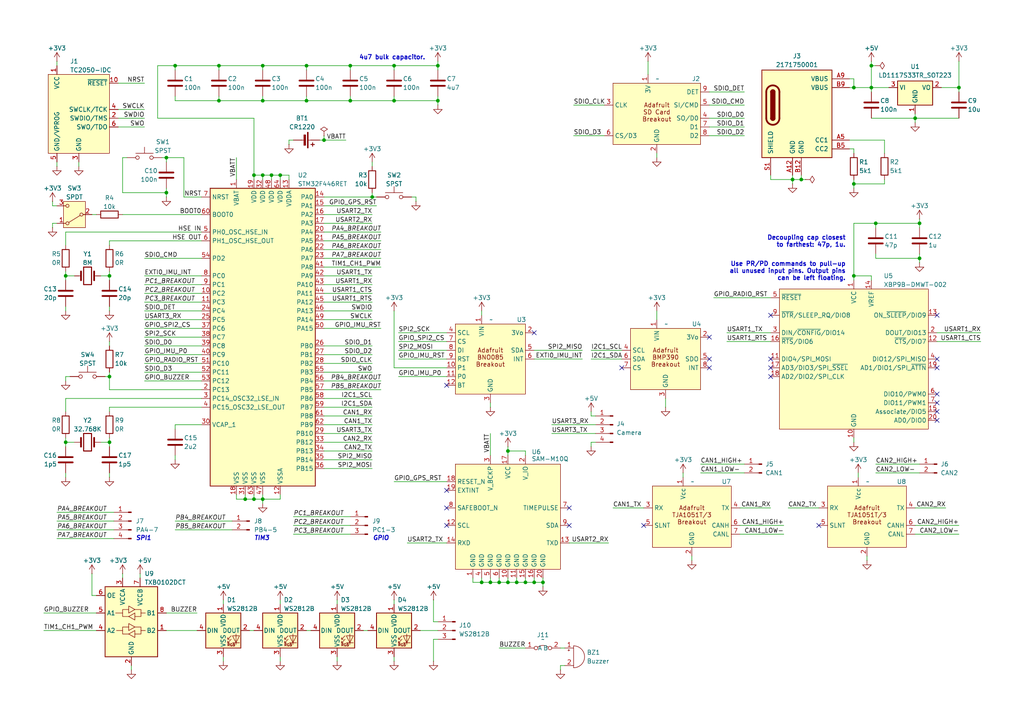
<source format=kicad_sch>
(kicad_sch (version 20231120) (generator "eeschema") (generator_version "8.0")
  (paper "A4")
  (title_block (rev "0.1.0-alpha"))
  (junction (at 48.26 55.88))
  (junction (at 247.65 25.4))
  (junction (at 88.9 29.21))
  (junction (at 76.2 29.21))
  (junction (at 247.65 53.34))
  (junction (at 142.24 168.91))
  (junction (at 254 64.77))
  (junction (at 31.75 109.22))
  (junction (at 63.5 29.21))
  (junction (at 139.7 168.91))
  (junction (at 101.6 29.21))
  (junction (at 152.4 168.91))
  (junction (at 252.73 25.4))
  (junction (at 71.12 144.78))
  (junction (at 266.7 74.93))
  (junction (at 229.87 52.07))
  (junction (at 78.74 50.8))
  (junction (at 266.7 64.77))
  (junction (at 144.78 168.91))
  (junction (at 232.41 52.07))
  (junction (at 127 19.05))
  (junction (at 247.65 80.01))
  (junction (at 157.48 168.91))
  (junction (at 81.28 50.8))
  (junction (at 76.2 144.78))
  (junction (at 252.73 19.05))
  (junction (at 147.32 130.81))
  (junction (at 265.43 34.29))
  (junction (at 48.26 45.72))
  (junction (at 50.8 19.05))
  (junction (at 88.9 19.05))
  (junction (at 278.13 25.4))
  (junction (at 73.66 50.8))
  (junction (at 154.94 168.91))
  (junction (at 114.3 29.21))
  (junction (at 147.32 168.91))
  (junction (at 19.05 80.01))
  (junction (at 19.05 128.27))
  (junction (at 63.5 19.05))
  (junction (at 73.66 144.78))
  (junction (at 127 29.21))
  (junction (at 149.86 168.91))
  (junction (at 76.2 50.8))
  (junction (at 76.2 19.05))
  (junction (at 31.75 80.01))
  (junction (at 114.3 19.05))
  (junction (at 101.6 19.05))
  (junction (at 107.95 57.15))
  (junction (at 31.75 128.27))
  (junction (at 93.98 40.64))
  (no_connect (at 165.1 152.4))
  (no_connect (at 271.78 104.14))
  (no_connect (at 223.52 109.22))
  (no_connect (at 129.54 152.4))
  (no_connect (at 154.94 96.52))
  (no_connect (at 271.78 116.84))
  (no_connect (at 271.78 114.3))
  (no_connect (at 205.74 104.14))
  (no_connect (at 205.74 106.68))
  (no_connect (at 271.78 106.68))
  (no_connect (at 129.54 142.24))
  (no_connect (at 165.1 147.32))
  (no_connect (at 237.49 152.4))
  (no_connect (at 180.34 106.68))
  (no_connect (at 223.52 104.14))
  (no_connect (at 129.54 111.76))
  (no_connect (at 271.78 119.38))
  (no_connect (at 271.78 91.44))
  (no_connect (at 223.52 106.68))
  (no_connect (at 205.74 97.79))
  (no_connect (at 129.54 147.32))
  (no_connect (at 186.69 152.4))
  (no_connect (at 223.52 91.44))
  (no_connect (at 271.78 121.92))
  (wire (pts (xy 41.91 85.09) (xy 58.42 85.09)))
  (wire (pts (xy 31.75 109.22) (xy 30.48 109.22)))
  (wire (pts (xy 93.98 90.17) (xy 107.95 90.17)))
  (wire (pts (xy 15.24 64.77) (xy 15.24 66.04)))
  (wire (pts (xy 152.4 130.81) (xy 147.32 130.81)))
  (wire (pts (xy 114.3 139.7) (xy 129.54 139.7)))
  (wire (pts (xy 34.29 31.75) (xy 41.91 31.75)))
  (wire (pts (xy 85.09 40.64) (xy 83.82 40.64)))
  (wire (pts (xy 265.43 154.94) (xy 278.13 154.94)))
  (wire (pts (xy 120.65 57.15) (xy 119.38 57.15)))
  (wire (pts (xy 252.73 25.4) (xy 252.73 26.67)))
  (wire (pts (xy 162.56 187.96) (xy 163.83 187.96)))
  (wire (pts (xy 147.32 167.64) (xy 147.32 168.91)))
  (wire (pts (xy 101.6 19.05) (xy 114.3 19.05)))
  (wire (pts (xy 107.95 57.15) (xy 107.95 55.88)))
  (wire (pts (xy 265.43 34.29) (xy 278.13 34.29)))
  (wire (pts (xy 36.83 45.72) (xy 35.56 45.72)))
  (wire (pts (xy 210.82 99.06) (xy 223.52 99.06)))
  (wire (pts (xy 63.5 27.94) (xy 63.5 29.21)))
  (wire (pts (xy 19.05 67.31) (xy 58.42 67.31)))
  (wire (pts (xy 93.98 72.39) (xy 110.49 72.39)))
  (wire (pts (xy 41.91 87.63) (xy 58.42 87.63)))
  (wire (pts (xy 19.05 67.31) (xy 19.05 71.12)))
  (wire (pts (xy 41.91 110.49) (xy 58.42 110.49)))
  (wire (pts (xy 68.58 144.78) (xy 71.12 144.78)))
  (wire (pts (xy 31.75 69.85) (xy 58.42 69.85)))
  (wire (pts (xy 97.79 173.99) (xy 97.79 175.26)))
  (wire (pts (xy 166.37 30.48) (xy 175.26 30.48)))
  (wire (pts (xy 63.5 20.32) (xy 63.5 19.05)))
  (wire (pts (xy 118.11 157.48) (xy 129.54 157.48)))
  (wire (pts (xy 93.98 82.55) (xy 107.95 82.55)))
  (wire (pts (xy 265.43 152.4) (xy 278.13 152.4)))
  (wire (pts (xy 114.3 90.17) (xy 114.3 106.68)))
  (wire (pts (xy 101.6 29.21) (xy 114.3 29.21)))
  (wire (pts (xy 93.98 118.11) (xy 107.95 118.11)))
  (wire (pts (xy 19.05 127) (xy 19.05 128.27)))
  (wire (pts (xy 73.66 144.78) (xy 76.2 144.78)))
  (wire (pts (xy 76.2 143.51) (xy 76.2 144.78)))
  (wire (pts (xy 19.05 137.16) (xy 19.05 138.43)))
  (wire (pts (xy 35.56 62.23) (xy 58.42 62.23)))
  (wire (pts (xy 278.13 17.78) (xy 278.13 25.4)))
  (wire (pts (xy 93.98 107.95) (xy 107.95 107.95)))
  (wire (pts (xy 246.38 25.4) (xy 247.65 25.4)))
  (wire (pts (xy 152.4 167.64) (xy 152.4 168.91)))
  (wire (pts (xy 115.57 101.6) (xy 129.54 101.6)))
  (wire (pts (xy 35.56 45.72) (xy 35.56 55.88)))
  (wire (pts (xy 16.51 153.67) (xy 33.02 153.67)))
  (wire (pts (xy 38.1 193.04) (xy 38.1 194.31)))
  (wire (pts (xy 200.66 161.29) (xy 200.66 162.56)))
  (wire (pts (xy 193.04 115.57) (xy 193.04 118.11)))
  (wire (pts (xy 93.98 95.25) (xy 110.49 95.25)))
  (wire (pts (xy 278.13 25.4) (xy 273.05 25.4)))
  (wire (pts (xy 171.45 119.38) (xy 171.45 120.65)))
  (wire (pts (xy 165.1 157.48) (xy 176.53 157.48)))
  (wire (pts (xy 114.3 19.05) (xy 114.3 20.32)))
  (wire (pts (xy 50.8 132.08) (xy 50.8 133.35)))
  (wire (pts (xy 154.94 168.91) (xy 157.48 168.91)))
  (wire (pts (xy 265.43 33.02) (xy 265.43 34.29)))
  (wire (pts (xy 154.94 101.6) (xy 168.91 101.6)))
  (wire (pts (xy 115.57 96.52) (xy 129.54 96.52)))
  (wire (pts (xy 205.74 36.83) (xy 215.9 36.83)))
  (wire (pts (xy 247.65 80.01) (xy 252.73 80.01)))
  (wire (pts (xy 101.6 27.94) (xy 101.6 29.21)))
  (wire (pts (xy 205.74 26.67) (xy 215.9 26.67)))
  (wire (pts (xy 48.26 54.61) (xy 48.26 55.88)))
  (wire (pts (xy 265.43 147.32) (xy 274.32 147.32)))
  (wire (pts (xy 115.57 104.14) (xy 129.54 104.14)))
  (wire (pts (xy 166.37 39.37) (xy 175.26 39.37)))
  (wire (pts (xy 76.2 144.78) (xy 76.2 146.05)))
  (wire (pts (xy 45.72 19.05) (xy 45.72 34.29)))
  (wire (pts (xy 88.9 20.32) (xy 88.9 19.05)))
  (wire (pts (xy 125.73 185.42) (xy 125.73 191.77)))
  (wire (pts (xy 171.45 128.27) (xy 171.45 129.54)))
  (wire (pts (xy 93.98 123.19) (xy 107.95 123.19)))
  (wire (pts (xy 271.78 99.06) (xy 284.48 99.06)))
  (wire (pts (xy 48.26 177.8) (xy 57.15 177.8)))
  (wire (pts (xy 247.65 64.77) (xy 247.65 80.01)))
  (wire (pts (xy 40.64 166.37) (xy 40.64 167.64)))
  (wire (pts (xy 254 73.66) (xy 254 74.93)))
  (wire (pts (xy 101.6 19.05) (xy 101.6 20.32)))
  (wire (pts (xy 137.16 167.64) (xy 137.16 168.91)))
  (wire (pts (xy 109.22 57.15) (xy 107.95 57.15)))
  (wire (pts (xy 254 137.16) (xy 266.7 137.16)))
  (wire (pts (xy 64.77 173.99) (xy 64.77 175.26)))
  (wire (pts (xy 50.8 29.21) (xy 63.5 29.21)))
  (wire (pts (xy 71.12 144.78) (xy 73.66 144.78)))
  (wire (pts (xy 121.92 182.88) (xy 127 182.88)))
  (wire (pts (xy 31.75 109.22) (xy 31.75 107.95)))
  (wire (pts (xy 247.65 43.18) (xy 247.65 44.45)))
  (wire (pts (xy 88.9 182.88) (xy 90.17 182.88)))
  (wire (pts (xy 31.75 80.01) (xy 29.21 80.01)))
  (wire (pts (xy 41.91 74.93) (xy 58.42 74.93)))
  (wire (pts (xy 232.41 50.8) (xy 232.41 52.07)))
  (wire (pts (xy 15.24 59.69) (xy 16.51 59.69)))
  (wire (pts (xy 147.32 129.54) (xy 147.32 130.81)))
  (wire (pts (xy 93.98 87.63) (xy 107.95 87.63)))
  (wire (pts (xy 58.42 115.57) (xy 19.05 115.57)))
  (wire (pts (xy 247.65 53.34) (xy 256.54 53.34)))
  (wire (pts (xy 41.91 100.33) (xy 58.42 100.33)))
  (wire (pts (xy 114.3 106.68) (xy 129.54 106.68)))
  (wire (pts (xy 252.73 19.05) (xy 252.73 25.4)))
  (wire (pts (xy 81.28 190.5) (xy 81.28 191.77)))
  (wire (pts (xy 19.05 110.49) (xy 19.05 109.22)))
  (wire (pts (xy 93.98 120.65) (xy 107.95 120.65)))
  (wire (pts (xy 41.91 102.87) (xy 58.42 102.87)))
  (wire (pts (xy 93.98 113.03) (xy 110.49 113.03)))
  (wire (pts (xy 93.98 100.33) (xy 107.95 100.33)))
  (wire (pts (xy 198.12 137.16) (xy 198.12 138.43)))
  (wire (pts (xy 68.58 45.72) (xy 68.58 52.07)))
  (wire (pts (xy 142.24 116.84) (xy 142.24 118.11)))
  (wire (pts (xy 81.28 52.07) (xy 81.28 50.8)))
  (wire (pts (xy 93.98 85.09) (xy 107.95 85.09)))
  (wire (pts (xy 160.02 125.73) (xy 172.72 125.73)))
  (wire (pts (xy 187.96 17.78) (xy 187.96 21.59)))
  (wire (pts (xy 142.24 167.64) (xy 142.24 168.91)))
  (wire (pts (xy 120.65 58.42) (xy 120.65 57.15)))
  (wire (pts (xy 232.41 52.07) (xy 233.68 52.07)))
  (wire (pts (xy 127 27.94) (xy 127 29.21)))
  (wire (pts (xy 35.56 166.37) (xy 35.56 167.64)))
  (wire (pts (xy 107.95 46.99) (xy 107.95 48.26)))
  (wire (pts (xy 73.66 50.8) (xy 73.66 52.07)))
  (wire (pts (xy 252.73 25.4) (xy 257.81 25.4)))
  (wire (pts (xy 41.91 82.55) (xy 58.42 82.55)))
  (wire (pts (xy 76.2 20.32) (xy 76.2 19.05)))
  (wire (pts (xy 125.73 180.34) (xy 127 180.34)))
  (wire (pts (xy 144.78 187.96) (xy 152.4 187.96)))
  (wire (pts (xy 93.98 40.64) (xy 100.33 40.64)))
  (wire (pts (xy 73.66 34.29) (xy 73.66 50.8)))
  (wire (pts (xy 48.26 45.72) (xy 53.34 45.72)))
  (wire (pts (xy 16.51 64.77) (xy 15.24 64.77)))
  (wire (pts (xy 41.91 92.71) (xy 58.42 92.71)))
  (wire (pts (xy 271.78 96.52) (xy 284.48 96.52)))
  (wire (pts (xy 21.59 128.27) (xy 19.05 128.27)))
  (wire (pts (xy 85.09 154.94) (xy 101.6 154.94)))
  (wire (pts (xy 88.9 27.94) (xy 88.9 29.21)))
  (wire (pts (xy 31.75 113.03) (xy 58.42 113.03)))
  (wire (pts (xy 93.98 77.47) (xy 110.49 77.47)))
  (wire (pts (xy 171.45 104.14) (xy 180.34 104.14)))
  (wire (pts (xy 73.66 143.51) (xy 73.66 144.78)))
  (wire (pts (xy 50.8 153.67) (xy 67.31 153.67)))
  (wire (pts (xy 92.71 40.64) (xy 93.98 40.64)))
  (wire (pts (xy 190.5 90.17) (xy 190.5 92.71)))
  (wire (pts (xy 31.75 128.27) (xy 29.21 128.27)))
  (wire (pts (xy 210.82 96.52) (xy 223.52 96.52)))
  (wire (pts (xy 27.94 62.23) (xy 26.67 62.23)))
  (wire (pts (xy 127 29.21) (xy 127 30.48)))
  (wire (pts (xy 19.05 78.74) (xy 19.05 80.01)))
  (wire (pts (xy 252.73 17.78) (xy 252.73 19.05)))
  (wire (pts (xy 41.91 95.25) (xy 58.42 95.25)))
  (wire (pts (xy 137.16 168.91) (xy 139.7 168.91)))
  (wire (pts (xy 254 19.05) (xy 252.73 19.05)))
  (wire (pts (xy 19.05 115.57) (xy 19.05 119.38)))
  (wire (pts (xy 125.73 185.42) (xy 127 185.42)))
  (wire (pts (xy 162.56 194.31) (xy 162.56 193.04)))
  (wire (pts (xy 247.65 80.01) (xy 247.65 81.28)))
  (wire (pts (xy 147.32 130.81) (xy 147.32 132.08)))
  (wire (pts (xy 48.26 55.88) (xy 48.26 57.15)))
  (wire (pts (xy 142.24 125.73) (xy 142.24 132.08)))
  (wire (pts (xy 266.7 74.93) (xy 266.7 76.2)))
  (wire (pts (xy 252.73 34.29) (xy 265.43 34.29)))
  (wire (pts (xy 214.63 152.4) (xy 227.33 152.4)))
  (wire (pts (xy 35.56 55.88) (xy 48.26 55.88)))
  (wire (pts (xy 114.3 19.05) (xy 127 19.05)))
  (wire (pts (xy 93.98 57.15) (xy 107.95 57.15)))
  (wire (pts (xy 93.98 39.37) (xy 93.98 40.64)))
  (wire (pts (xy 278.13 25.4) (xy 278.13 26.67)))
  (wire (pts (xy 265.43 35.56) (xy 265.43 34.29)))
  (wire (pts (xy 254 134.62) (xy 266.7 134.62)))
  (wire (pts (xy 139.7 167.64) (xy 139.7 168.91)))
  (wire (pts (xy 19.05 88.9) (xy 19.05 90.17)))
  (wire (pts (xy 247.65 22.86) (xy 247.65 25.4)))
  (wire (pts (xy 58.42 123.19) (xy 50.8 123.19)))
  (wire (pts (xy 229.87 52.07) (xy 232.41 52.07)))
  (wire (pts (xy 93.98 62.23) (xy 107.95 62.23)))
  (wire (pts (xy 144.78 168.91) (xy 147.32 168.91)))
  (wire (pts (xy 228.6 147.32) (xy 237.49 147.32)))
  (wire (pts (xy 41.91 107.95) (xy 58.42 107.95)))
  (wire (pts (xy 149.86 167.64) (xy 149.86 168.91)))
  (wire (pts (xy 46.99 45.72) (xy 48.26 45.72)))
  (wire (pts (xy 223.52 50.8) (xy 223.52 52.07)))
  (wire (pts (xy 31.75 118.11) (xy 58.42 118.11)))
  (wire (pts (xy 31.75 99.06) (xy 31.75 100.33)))
  (wire (pts (xy 64.77 190.5) (xy 64.77 191.77)))
  (wire (pts (xy 68.58 143.51) (xy 68.58 144.78)))
  (wire (pts (xy 76.2 50.8) (xy 73.66 50.8)))
  (wire (pts (xy 93.98 125.73) (xy 107.95 125.73)))
  (wire (pts (xy 85.09 149.86) (xy 101.6 149.86)))
  (wire (pts (xy 154.94 167.64) (xy 154.94 168.91)))
  (wire (pts (xy 31.75 78.74) (xy 31.75 80.01)))
  (wire (pts (xy 247.65 52.07) (xy 247.65 53.34)))
  (wire (pts (xy 16.51 17.78) (xy 16.51 19.05)))
  (wire (pts (xy 41.91 80.01) (xy 58.42 80.01)))
  (wire (pts (xy 76.2 29.21) (xy 88.9 29.21)))
  (wire (pts (xy 127 19.05) (xy 127 20.32)))
  (wire (pts (xy 152.4 132.08) (xy 152.4 130.81)))
  (wire (pts (xy 266.7 63.5) (xy 266.7 64.77)))
  (wire (pts (xy 205.74 39.37) (xy 215.9 39.37)))
  (wire (pts (xy 254 64.77) (xy 254 66.04)))
  (wire (pts (xy 152.4 168.91) (xy 149.86 168.91)))
  (wire (pts (xy 144.78 168.91) (xy 142.24 168.91)))
  (wire (pts (xy 205.74 34.29) (xy 215.9 34.29)))
  (wire (pts (xy 16.51 148.59) (xy 33.02 148.59)))
  (wire (pts (xy 114.3 190.5) (xy 114.3 191.77)))
  (wire (pts (xy 172.72 128.27) (xy 171.45 128.27)))
  (wire (pts (xy 76.2 144.78) (xy 81.28 144.78)))
  (wire (pts (xy 247.65 43.18) (xy 246.38 43.18)))
  (wire (pts (xy 93.98 133.35) (xy 107.95 133.35)))
  (wire (pts (xy 76.2 27.94) (xy 76.2 29.21)))
  (wire (pts (xy 105.41 182.88) (xy 106.68 182.88)))
  (wire (pts (xy 157.48 168.91) (xy 157.48 170.18)))
  (wire (pts (xy 127 17.78) (xy 127 19.05)))
  (wire (pts (xy 114.3 29.21) (xy 127 29.21)))
  (wire (pts (xy 41.91 105.41) (xy 58.42 105.41)))
  (wire (pts (xy 247.65 64.77) (xy 254 64.77)))
  (wire (pts (xy 81.28 143.51) (xy 81.28 144.78)))
  (wire (pts (xy 246.38 40.64) (xy 256.54 40.64)))
  (wire (pts (xy 22.86 46.99) (xy 22.86 48.26)))
  (wire (pts (xy 147.32 168.91) (xy 149.86 168.91)))
  (wire (pts (xy 254 74.93) (xy 266.7 74.93)))
  (wire (pts (xy 93.98 69.85) (xy 110.49 69.85)))
  (wire (pts (xy 247.65 25.4) (xy 252.73 25.4)))
  (wire (pts (xy 251.46 161.29) (xy 251.46 162.56)))
  (wire (pts (xy 93.98 80.01) (xy 107.95 80.01)))
  (wire (pts (xy 19.05 109.22) (xy 20.32 109.22)))
  (wire (pts (xy 144.78 167.64) (xy 144.78 168.91)))
  (wire (pts (xy 31.75 137.16) (xy 31.75 138.43)))
  (wire (pts (xy 81.28 173.99) (xy 81.28 175.26)))
  (wire (pts (xy 81.28 50.8) (xy 83.82 50.8)))
  (wire (pts (xy 31.75 127) (xy 31.75 128.27)))
  (wire (pts (xy 160.02 123.19) (xy 172.72 123.19)))
  (wire (pts (xy 16.51 156.21) (xy 33.02 156.21)))
  (wire (pts (xy 171.45 101.6) (xy 180.34 101.6)))
  (wire (pts (xy 85.09 152.4) (xy 101.6 152.4)))
  (wire (pts (xy 88.9 19.05) (xy 101.6 19.05)))
  (wire (pts (xy 83.82 40.64) (xy 83.82 41.91)))
  (wire (pts (xy 71.12 143.51) (xy 71.12 144.78)))
  (wire (pts (xy 31.75 119.38) (xy 31.75 118.11)))
  (wire (pts (xy 12.7 182.88) (xy 27.94 182.88)))
  (wire (pts (xy 223.52 52.07) (xy 229.87 52.07)))
  (wire (pts (xy 34.29 36.83) (xy 41.91 36.83)))
  (wire (pts (xy 50.8 27.94) (xy 50.8 29.21)))
  (wire (pts (xy 247.65 127) (xy 247.65 128.27)))
  (wire (pts (xy 45.72 34.29) (xy 73.66 34.29)))
  (wire (pts (xy 16.51 151.13) (xy 33.02 151.13)))
  (wire (pts (xy 34.29 34.29) (xy 41.91 34.29)))
  (wire (pts (xy 19.05 80.01) (xy 19.05 81.28)))
  (wire (pts (xy 48.26 45.72) (xy 48.26 46.99)))
  (wire (pts (xy 214.63 147.32) (xy 223.52 147.32)))
  (wire (pts (xy 229.87 52.07) (xy 229.87 53.34)))
  (wire (pts (xy 266.7 73.66) (xy 266.7 74.93)))
  (wire (pts (xy 152.4 168.91) (xy 154.94 168.91)))
  (wire (pts (xy 12.7 177.8) (xy 27.94 177.8)))
  (wire (pts (xy 93.98 59.69) (xy 109.22 59.69)))
  (wire (pts (xy 83.82 52.07) (xy 83.82 50.8)))
  (wire (pts (xy 26.67 172.72) (xy 27.94 172.72)))
  (wire (pts (xy 63.5 19.05) (xy 76.2 19.05)))
  (wire (pts (xy 93.98 128.27) (xy 107.95 128.27)))
  (wire (pts (xy 50.8 151.13) (xy 67.31 151.13)))
  (wire (pts (xy 93.98 130.81) (xy 107.95 130.81)))
  (wire (pts (xy 31.75 80.01) (xy 31.75 81.28)))
  (wire (pts (xy 53.34 45.72) (xy 53.34 57.15)))
  (wire (pts (xy 229.87 50.8) (xy 229.87 52.07)))
  (wire (pts (xy 154.94 104.14) (xy 168.91 104.14)))
  (wire (pts (xy 157.48 167.64) (xy 157.48 168.91)))
  (wire (pts (xy 31.75 128.27) (xy 31.75 129.54)))
  (wire (pts (xy 76.2 19.05) (xy 88.9 19.05)))
  (wire (pts (xy 115.57 109.22) (xy 129.54 109.22)))
  (wire (pts (xy 125.73 180.34) (xy 125.73 173.99)))
  (wire (pts (xy 26.67 172.72) (xy 26.67 166.37)))
  (wire (pts (xy 19.05 128.27) (xy 19.05 129.54)))
  (wire (pts (xy 50.8 19.05) (xy 45.72 19.05)))
  (wire (pts (xy 93.98 115.57) (xy 107.95 115.57)))
  (wire (pts (xy 205.74 30.48) (xy 215.9 30.48)))
  (wire (pts (xy 266.7 64.77) (xy 266.7 66.04)))
  (wire (pts (xy 93.98 64.77) (xy 107.95 64.77)))
  (wire (pts (xy 76.2 52.07) (xy 76.2 50.8)))
  (wire (pts (xy 207.01 86.36) (xy 223.52 86.36)))
  (wire (pts (xy 114.3 27.94) (xy 114.3 29.21)))
  (wire (pts (xy 93.98 67.31) (xy 110.49 67.31)))
  (wire (pts (xy 41.91 90.17) (xy 58.42 90.17)))
  (wire (pts (xy 34.29 24.13) (xy 41.91 24.13)))
  (wire (pts (xy 72.39 182.88) (xy 73.66 182.88)))
  (wire (pts (xy 76.2 50.8) (xy 78.74 50.8)))
  (wire (pts (xy 93.98 102.87) (xy 107.95 102.87)))
  (wire (pts (xy 16.51 46.99) (xy 16.51 48.26)))
  (wire (pts (xy 31.75 88.9) (xy 31.75 90.17)))
  (wire (pts (xy 254 64.77) (xy 266.7 64.77)))
  (wire (pts (xy 88.9 29.21) (xy 101.6 29.21)))
  (wire (pts (xy 97.79 190.5) (xy 97.79 191.77)))
  (wire (pts (xy 31.75 109.22) (xy 31.75 113.03)))
  (wire (pts (xy 93.98 135.89) (xy 107.95 135.89)))
  (wire (pts (xy 162.56 193.04) (xy 163.83 193.04)))
  (wire (pts (xy 171.45 120.65) (xy 172.72 120.65)))
  (wire (pts (xy 78.74 52.07) (xy 78.74 50.8)))
  (wire (pts (xy 31.75 69.85) (xy 31.75 71.12)))
  (wire (pts (xy 48.26 182.88) (xy 57.15 182.88)))
  (wire (pts (xy 177.8 147.32) (xy 186.69 147.32)))
  (wire (pts (xy 50.8 123.19) (xy 50.8 124.46)))
  (wire (pts (xy 139.7 90.17) (xy 139.7 91.44)))
  (wire (pts (xy 15.24 58.42) (xy 15.24 59.69)))
  (wire (pts (xy 203.2 134.62) (xy 215.9 134.62)))
  (wire (pts (xy 53.34 57.15) (xy 58.42 57.15)))
  (wire (pts (xy 203.2 137.16) (xy 215.9 137.16)))
  (wire (pts (xy 93.98 110.49) (xy 110.49 110.49)))
  (wire (pts (xy 139.7 168.91) (xy 142.24 168.91)))
  (wire (pts (xy 246.38 22.86) (xy 247.65 22.86)))
  (wire (pts (xy 256.54 40.64) (xy 256.54 44.45)))
  (wire (pts (xy 50.8 19.05) (xy 63.5 19.05)))
  (wire (pts (xy 248.92 137.16) (xy 248.92 138.43)))
  (wire (pts (xy 93.98 74.93) (xy 110.49 74.93)))
  (wire (pts (xy 214.63 154.94) (xy 227.33 154.94)))
  (wire (pts (xy 21.59 80.01) (xy 19.05 80.01)))
  (wire (pts (xy 93.98 105.41) (xy 107.95 105.41)))
  (wire (pts (xy 252.73 81.28) (xy 252.73 80.01)))
  (wire (pts (xy 256.54 52.07) (xy 256.54 53.34)))
  (wire (pts (xy 81.28 50.8) (xy 78.74 50.8)))
  (wire (pts (xy 50.8 19.05) (xy 50.8 20.32)))
  (wire (pts (xy 63.5 29.21) (xy 76.2 29.21)))
  (wire (pts (xy 41.91 97.79) (xy 58.42 97.79)))
  (wire (pts (xy 114.3 173.99) (xy 114.3 175.26)))
  (wire (pts (xy 115.57 99.06) (xy 129.54 99.06)))
  (wire (pts (xy 247.65 53.34) (xy 247.65 54.61)))
  (wire (pts (xy 93.98 92.71) (xy 107.95 92.71)))
  (wire (pts (xy 190.5 44.45) (xy 190.5 45.72)))
  (text "GPIO" (at 110.49 156.21 0) (effects (font (size 1.27 1.27) (thickness 0.254) (bold yes) (italic yes))))
  (text "Decoupling cap closest\nto farthest: 47p, 1u." (at 245.364 70.104 0) (effects (font (size 1.27 1.27) (thickness 0.254) (bold yes)) (justify right)))
  (text "SPI1" (at 41.656 156.21 0) (effects (font (size 1.27 1.27) (thickness 0.254) (bold yes) (italic yes))))
  (text "4u7 bulk capacitor." (at 123.444 16.764 0) (effects (font (size 1.27 1.27) (thickness 0.254) (bold yes)) (justify right)))
  (text "TIM3" (at 75.946 156.21 0) (effects (font (size 1.27 1.27) (thickness 0.254) (bold yes) (italic yes))))
  (text "Use PR/PD commands to pull-up\nall unused input pins. Output pins\ncan be left floating." (at 245.364 78.74 0) (effects (font (size 1.27 1.27) (thickness 0.254) (bold yes)) (justify right)))
  (label "PB4_BREAKOUT" (at 110.49 110.49 180) (effects (font (italic yes))))
  (label "PA6_BREAKOUT" (at 110.49 72.39 180) (effects (font (italic yes))))
  (label "EXTI0_IMU_INT" (at 41.91 80.01 0))
  (label "SWDIO" (at 107.95 90.17 180))
  (label "SDIO_D1" (at 107.95 100.33 180))
  (label "USART1_RX" (at 284.48 96.52 180))
  (label "VBATT" (at 142.24 125.73 270))
  (label "SPI2_MOSI" (at 115.57 101.6 0))
  (label "CAN2_HIGH+" (at 254 134.62 0))
  (label "GPIO_BUZZER" (at 12.7 177.8 0))
  (label "PA5_BREAKOUT" (at 16.51 151.13 0) (effects (font (italic yes))))
  (label "USART1_RX" (at 107.95 82.55 180))
  (label "PA7_BREAKOUT" (at 16.51 156.21 0) (effects (font (italic yes))))
  (label "TIM1_CH1_PWM" (at 110.49 77.47 180))
  (label "CAN1_RX" (at 223.52 147.32 180))
  (label "SDIO_DET" (at 215.9 26.67 180))
  (label "PC1_BREAKOUT" (at 85.09 149.86 0) (effects (font (italic yes))))
  (label "USART1_CTS" (at 284.48 99.06 180))
  (label "HSE IN" (at 58.42 67.31 180))
  (label "USART2_TX" (at 118.11 157.48 0))
  (label "SWDIO" (at 41.91 34.29 180))
  (label "CAN1_LOW-" (at 203.2 137.16 0))
  (label "SDIO_D1" (at 215.9 36.83 180))
  (label "PB5_BREAKOUT" (at 50.8 153.67 0) (effects (font (italic yes))))
  (label "GPIO_RADIO_RST" (at 207.01 86.36 0))
  (label "SDIO_D3" (at 166.37 39.37 0))
  (label "CAN1_HIGH+" (at 203.2 134.62 0))
  (label "SDIO_CLK" (at 107.95 105.41 180))
  (label "HSE OUT" (at 58.42 69.85 180))
  (label "GPIO_GPS_RST" (at 109.22 59.69 180))
  (label "CAN1_TX" (at 107.95 123.19 180))
  (label "USART1_RTS" (at 107.95 87.63 180))
  (label "PB4_BREAKOUT" (at 50.8 151.13 0) (effects (font (italic yes))))
  (label "USART1_RTS" (at 210.82 99.06 0))
  (label "CAN2_HIGH+" (at 278.13 152.4 180))
  (label "SPI2_MOSI" (at 107.95 135.89 180))
  (label "USART1_TX" (at 107.95 80.01 180))
  (label "GPIO_IMU_RST" (at 110.49 95.25 180))
  (label "SWCLK" (at 41.91 31.75 180))
  (label "SDIO_CMD" (at 215.9 30.48 180))
  (label "VBATT" (at 100.33 40.64 180))
  (label "PC1_BREAKOUT" (at 41.91 82.55 0) (effects (font (italic yes))))
  (label "PC3_BREAKOUT" (at 85.09 154.94 0) (effects (font (italic yes))))
  (label "GPIO_SPI2_CS" (at 115.57 99.06 0))
  (label "SDIO_DET" (at 41.91 90.17 0))
  (label "PA7_BREAKOUT" (at 110.49 74.93 180) (effects (font (italic yes))))
  (label "USART2_TX" (at 107.95 62.23 180))
  (label "USART3_TX" (at 107.95 125.73 180))
  (label "SPI2_SCK" (at 41.91 97.79 0))
  (label "SDIO_CLK" (at 166.37 30.48 0))
  (label "NRST" (at 58.42 57.15 180))
  (label "BUZZER" (at 144.78 187.96 0))
  (label "PA5_BREAKOUT" (at 110.49 69.85 180) (effects (font (italic yes))))
  (label "SDIO_D2" (at 107.95 102.87 180))
  (label "CAN2_LOW-" (at 254 137.16 0))
  (label "SDIO_D2" (at 215.9 39.37 180))
  (label "PA4_BREAKOUT" (at 110.49 67.31 180) (effects (font (italic yes))))
  (label "USART3_TX" (at 160.02 125.73 0))
  (label "USART3_RX" (at 41.91 92.71 0))
  (label "SDIO_D3" (at 41.91 107.95 0))
  (label "PC3_BREAKOUT" (at 41.91 87.63 0) (effects (font (italic yes))))
  (label "GPIO_IMU_RST" (at 115.57 104.14 0))
  (label "SWCLK" (at 107.95 92.71 180))
  (label "SDIO_D0" (at 41.91 100.33 0))
  (label "I2C1_SDA" (at 107.95 118.11 180))
  (label "GPIO_SPI2_CS" (at 41.91 95.25 0))
  (label "I2C1_SCL" (at 107.95 115.57 180))
  (label "SWO" (at 41.91 36.83 180))
  (label "CAN2_TX" (at 107.95 130.81 180))
  (label "EXTI0_IMU_INT" (at 168.91 104.14 180))
  (label "PC2_BREAKOUT" (at 41.91 85.09 0) (effects (font (italic yes))))
  (label "SDIO_D0" (at 215.9 34.29 180))
  (label "USART3_RX" (at 160.02 123.19 0))
  (label "GPIO_RADIO_RST" (at 41.91 105.41 0))
  (label "I2C1_SDA" (at 171.45 104.14 0))
  (label "VBATT" (at 68.58 45.72 270))
  (label "NRST" (at 41.91 24.13 180))
  (label "SPI2_SCK" (at 115.57 96.52 0))
  (label "GPIO_GPS_RST" (at 114.3 139.7 0))
  (label "USART2_RX" (at 107.95 64.77 180))
  (label "PC2_BREAKOUT" (at 85.09 152.4 0) (effects (font (italic yes))))
  (label "CAN2_RX" (at 107.95 128.27 180))
  (label "USART2_RX" (at 176.53 157.48 180))
  (label "BUZZER" (at 57.15 177.8 180))
  (label "GPIO_BUZZER" (at 41.91 110.49 0))
  (label "PA6_BREAKOUT" (at 16.51 153.67 0) (effects (font (italic yes))))
  (label "I2C1_SCL" (at 171.45 101.6 0))
  (label "CAN2_LOW-" (at 278.13 154.94 180))
  (label "USART1_TX" (at 210.82 96.52 0))
  (label "SPI2_MISO" (at 168.91 101.6 180))
  (label "SPI2_MISO" (at 107.95 133.35 180))
  (label "CAN1_RX" (at 107.95 120.65 180))
  (label "CAN2_RX" (at 274.32 147.32 180))
  (label "GPIO_IMU_P0" (at 115.57 109.22 0))
  (label "PA4_BREAKOUT" (at 16.51 148.59 0) (effects (font (italic yes))))
  (label "USART1_CTS" (at 107.95 85.09 180))
  (label "CAN1_LOW-" (at 227.33 154.94 180))
  (label "CAN1_TX" (at 177.8 147.32 0))
  (label "CAN1_HIGH+" (at 227.33 152.4 180))
  (label "CAN2_TX" (at 228.6 147.32 0))
  (label "PB5_BREAKOUT" (at 110.49 113.03 180) (effects (font (italic yes))))
  (label "BOOT0" (at 58.42 62.23 180))
  (label "SDIO_CMD" (at 41.91 74.93 0))
  (label "SWO" (at 107.95 107.95 180))
  (label "TIM1_CH1_PWM" (at 12.7 182.88 0))
  (label "GPIO_IMU_P0" (at 41.91 102.87 0))
  (symbol (lib_id "power:+5V") (at 114.3 173.99 0) (unit 1)
    (property "Reference" "#PWR049" (effects (hide yes)))
    (property "Value" "+5V" (at 114.3 170.18 0))
    (property "Description" "Power symbol creates a global label with name \"+5V\"" (effects (hide yes)))
  )
  (symbol (lib_id "Device:C") (at 278.13 30.48 0) (unit 1)
    (property "Reference" "C9" (at 280.67 29.21 0) (effects (justify left)))
    (property "Value" "10u" (at 280.67 31.75 0) (effects (justify left)))
    (property "Description" "Unpolarized capacitor" (effects (hide yes)))
  )
  (symbol (lib_id "LED:WS2812B") (at 97.79 182.88 0) (unit 1)
    (property "Reference" "D3" (at 98.806 173.99 0) (effects (justify left)))
    (property "Value" "WS2812B" (at 98.806 176.53 0) (effects (justify left)))
    (property "Footprint" "LED_SMD:LED_WS2812B_PLCC4_5.0x5.0mm_P3.2mm" (effects (hide yes)))
    (property "Datasheet" "https://cdn-shop.adafruit.com/datasheets/WS2812B.pdf" (effects (hide yes)))
    (property "Description" "RGB LED with integrated controller" (effects (hide yes)))
  )
  (symbol (lib_id "power:GND") (at 200.66 162.56 0) (unit 1)
    (property "Reference" "#PWR040" (effects (hide yes)))
    (property "Value" "GND" (effects (hide yes)))
    (property "Description" "Power symbol creates a global label with name \"GND\" , ground" (effects (hide yes)))
  )
  (symbol (lib_id "power:GND") (at 19.05 138.43 0) (unit 1)
    (property "Reference" "#PWR037" (effects (hide yes)))
    (property "Value" "GND" (effects (hide yes)))
    (property "Description" "Power symbol creates a global label with name \"GND\" , ground" (effects (hide yes)))
  )
  (symbol (lib_id "power:GND") (at 125.73 191.77 0) (unit 1)
    (property "Reference" "#PWR055" (effects (hide yes)))
    (property "Value" "GND" (effects (hide yes)))
    (property "Description" "Power symbol creates a global label with name \"GND\" , ground" (effects (hide yes)))
  )
  (symbol (lib_id "power:+3V3") (at 26.67 166.37 0) (unit 1)
    (property "Reference" "#PWR042" (effects (hide yes)))
    (property "Value" "+3V3" (at 26.67 162.56 0))
    (property "Description" "Power symbol creates a global label with name \"+3V3\"" (effects (hide yes)))
  )
  (symbol (lib_id "Connector:Conn_01x04_Pin") (at 177.8 123.19 0) (mirror y) (unit 1)
    (property "Reference" "J4" (at 178.816 122.936 0) (effects (justify right)))
    (property "Value" "Camera" (at 178.816 125.476 0) (effects (justify right)))
    (property "Description" "Generic connector, single row, 01x04, script generated" (effects (hide yes)))
  )
  (symbol (lib_id "power:+3V3") (at 31.75 99.06 0) (unit 1)
    (property "Reference" "#PWR026" (effects (hide yes)))
    (property "Value" "+3V3" (at 31.75 95.25 0))
    (property "Description" "Power symbol creates a global label with name \"+3V3\"" (effects (hide yes)))
  )
  (symbol (lib_id "Device:C") (at 252.73 30.48 0) (unit 1)
    (property "Reference" "C8" (at 255.27 29.21 0) (effects (justify left)))
    (property "Value" "100n" (at 255.27 31.75 0) (effects (justify left)))
    (property "Description" "Unpolarized capacitor" (effects (hide yes)))
  )
  (symbol (lib_id "power:GND") (at 19.05 90.17 0) (unit 1)
    (property "Reference" "#PWR021" (effects (hide yes)))
    (property "Value" "GND" (effects (hide yes)))
    (property "Description" "Power symbol creates a global label with name \"GND\" , ground" (effects (hide yes)))
  )
  (symbol (lib_id "power:+5V") (at 81.28 173.99 0) (unit 1)
    (property "Reference" "#PWR047" (effects (hide yes)))
    (property "Value" "+5V" (at 81.28 170.18 0))
    (property "Description" "Power symbol creates a global label with name \"+5V\"" (effects (hide yes)))
  )
  (symbol (lib_id "Device:R") (at 19.05 74.93 0) (unit 1)
    (property "Reference" "R5" (at 14.986 73.66 0) (effects (justify left)))
    (property "Value" "0R" (at 14.986 76.2 0) (effects (justify left)))
    (property "Description" "Resistor" (effects (hide yes)))
  )
  (symbol (lib_id "Device:C") (at 63.5 24.13 0) (unit 1)
    (property "Reference" "C2" (at 66.04 22.86 0) (effects (justify left)))
    (property "Value" "100n" (at 66.04 25.4 0) (effects (justify left)))
    (property "Description" "Unpolarized capacitor" (effects (hide yes)))
  )
  (symbol (lib_id "Device:R") (at 247.65 48.26 0) (unit 1)
    (property "Reference" "R1" (at 249.174 46.99 0) (effects (justify left)))
    (property "Value" "5k1" (at 249.174 49.53 0) (effects (justify left)))
    (property "Description" "Resistor" (effects (hide yes)))
  )
  (symbol (lib_id "power:+3V3") (at 139.7 90.17 0) (unit 1)
    (property "Reference" "#PWR024" (effects (hide yes)))
    (property "Value" "+3V3" (at 139.7 86.36 0))
    (property "Description" "Power symbol creates a global label with name \"+3V3\"" (effects (hide yes)))
  )
  (symbol (lib_id "power:PWR_FLAG") (at 254 19.05 270) (unit 1)
    (property "Reference" "#FLG01" (effects (hide yes)))
    (property "Value" "PWR_FLAG" (effects (hide yes)))
    (property "Description" "Special symbol for telling ERC where power comes from" (effects (hide yes)))
  )
  (symbol (lib_id "power:GND") (at 64.77 191.77 0) (unit 1)
    (property "Reference" "#PWR051" (effects (hide yes)))
    (property "Value" "GND" (effects (hide yes)))
    (property "Description" "Power symbol creates a global label with name \"GND\" , ground" (effects (hide yes)))
  )
  (symbol (lib_id "Device:Buzzer") (at 166.37 190.5 0) (unit 1)
    (property "Reference" "BZ1" (at 170.18 189.2299 0) (effects (justify left)))
    (property "Value" "Buzzer" (at 170.18 191.7699 0) (effects (justify left)))
    (property "Description" "Buzzer, polarized" (effects (hide yes)))
  )
  (symbol (lib_id "adafruit:adafruit_4816_bmp390") (at 193.04 104.14 0) (unit 1) (exclude_from_sim yes)
    (property "Reference" "U4" (at 200.66 93.98 0) (effects (justify left)))
    (property "Value" "~" (at 192.6941 93.98 0) (effects (justify left)))
    (property "Footprint" "adafruit:adafruit_4816_bmp390" (effects (hide yes)))
    (property "Datasheet" "https://learn.adafruit.com/adafruit-bmp388-bmp390-bmp3xx" (effects (hide yes)))
    (property "Description" "Adafruit BMP390 - Precision Barometric Pressure and Altimeter - STEMMA QT / Qwiic" (effects (hide yes)))
    (property "Manufacturer" "Adafruit" (effects (hide yes)))
    (property "Manufacturer Part Number" "4816" (effects (hide yes)))
    (property "Distributor" "DigiKey" (effects (hide yes)))
    (property "Distributor Part Number" "1528-4816-ND" (effects (hide yes)))
    (property "Distributor Link" "https://www.digikey.ca/en/products/detail/adafruit-industries-llc/4816/13543385?s=N4IgTCBcDaIIYBM4DMBOBXAlgFwAQBYAOARgDYQBdAXyA" (effects (hide yes)))
  )
  (symbol (lib_id "power:GND") (at 120.65 58.42 0) (unit 1)
    (property "Reference" "#PWR017" (effects (hide yes)))
    (property "Value" "GND" (effects (hide yes)))
    (property "Description" "Power symbol creates a global label with name \"GND\" , ground" (effects (hide yes)))
  )
  (symbol (lib_id "Switch:SW_Push") (at 41.91 45.72 0) (unit 1)
    (property "Reference" "SW1" (at 47.244 41.148 0))
    (property "Value" "SPST" (at 47.244 43.688 0))
    (property "Description" "Push button switch, generic, two pins" (effects (hide yes)))
  )
  (symbol (lib_id "power:GND") (at 22.86 48.26 0) (unit 1)
    (property "Reference" "#PWR012" (effects (hide yes)))
    (property "Value" "GND" (effects (hide yes)))
    (property "Description" "Power symbol creates a global label with name \"GND\" , ground" (effects (hide yes)))
  )
  (symbol (lib_id "Connector:Conn_01x02_Pin") (at 271.78 134.62 0) (mirror y) (unit 1)
    (property "Reference" "J6" (at 272.796 134.62 0) (effects (justify right)))
    (property "Value" "CAN2" (at 272.796 137.16 0) (effects (justify right)))
    (property "Description" "Generic connector, single row, 01x02, script generated" (effects (hide yes)))
  )
  (symbol (lib_id "Device:C") (at 254 69.85 0) (unit 1)
    (property "Reference" "C11" (at 256.54 68.58 0) (effects (justify left)))
    (property "Value" "47p" (at 256.54 71.12 0) (effects (justify left)))
    (property "Description" "Unpolarized capacitor" (effects (hide yes)))
  )
  (symbol (lib_id "Switch:SW_SPDT") (at 21.59 62.23 180) (unit 1)
    (property "Reference" "SW3" (at 21.59 54.61 0))
    (property "Value" "SPDT" (at 21.59 57.15 0))
    (property "Description" "Switch, single pole double throw" (effects (hide yes)))
  )
  (symbol (lib_id "power:+5V") (at 97.79 173.99 0) (unit 1)
    (property "Reference" "#PWR048" (effects (hide yes)))
    (property "Value" "+5V" (at 97.79 170.18 0))
    (property "Description" "Power symbol creates a global label with name \"+5V\"" (effects (hide yes)))
  )
  (symbol (lib_id "power:GND") (at 38.1 194.31 0) (unit 1)
    (property "Reference" "#PWR056" (effects (hide yes)))
    (property "Value" "GND" (effects (hide yes)))
    (property "Description" "Power symbol creates a global label with name \"GND\" , ground" (effects (hide yes)))
  )
  (symbol (lib_id "Device:C") (at 31.75 85.09 0) (unit 1)
    (property "Reference" "C14" (at 34.29 83.82 0) (effects (justify left)))
    (property "Value" "20p" (at 34.29 86.36 0) (effects (justify left)))
    (property "Description" "Unpolarized capacitor" (effects (hide yes)))
  )
  (symbol (lib_id "power:+3V3") (at 127 17.78 0) (unit 1)
    (property "Reference" "#PWR02" (effects (hide yes)))
    (property "Value" "+3V3" (at 127 13.97 0))
    (property "Description" "Power symbol creates a global label with name \"+3V3\"" (effects (hide yes)))
  )
  (symbol (lib_id "power:+3V3") (at 278.13 17.78 0) (unit 1)
    (property "Reference" "#PWR05" (effects (hide yes)))
    (property "Value" "+3V3" (at 278.13 13.97 0))
    (property "Description" "Power symbol creates a global label with name \"+3V3\"" (effects (hide yes)))
  )
  (symbol (lib_id "power:+5V") (at 125.73 173.99 0) (unit 1)
    (property "Reference" "#PWR050" (effects (hide yes)))
    (property "Value" "+5V" (at 125.73 170.18 0))
    (property "Description" "Power symbol creates a global label with name \"+5V\"" (effects (hide yes)))
  )
  (symbol (lib_id "Device:C") (at 127 24.13 0) (unit 1)
    (property "Reference" "C7" (at 129.54 22.86 0) (effects (justify left)))
    (property "Value" "4u7" (at 129.54 25.4 0) (effects (justify left)))
    (property "Description" "Unpolarized capacitor" (effects (hide yes)))
  )
  (symbol (lib_id "Device:Crystal") (at 25.4 80.01 0) (unit 1)
    (property "Reference" "Y1" (at 25.4 73.66 0))
    (property "Value" "8M" (at 25.4 76.2 0))
    (property "Description" "Two pin crystal" (effects (hide yes)))
  )
  (symbol (lib_id "power:GND") (at 31.75 90.17 0) (unit 1)
    (property "Reference" "#PWR022" (effects (hide yes)))
    (property "Value" "GND" (effects (hide yes)))
    (property "Description" "Power symbol creates a global label with name \"GND\" , ground" (effects (hide yes)))
  )
  (symbol (lib_id "Device:Crystal") (at 25.4 128.27 0) (unit 1)
    (property "Reference" "Y2" (at 25.4 121.92 0))
    (property "Value" "32.768K" (at 25.4 124.46 0))
    (property "Description" "Two pin crystal" (effects (hide yes)))
  )
  (symbol (lib_id "Device:R") (at 31.75 74.93 0) (unit 1)
    (property "Reference" "R6" (at 33.274 73.66 0) (effects (justify left)))
    (property "Value" "0R" (at 33.274 76.2 0) (effects (justify left)))
    (property "Description" "Resistor" (effects (hide yes)))
  )
  (symbol (lib_id "adafruit:adafruit_5708_tja1051t-3") (at 200.66 149.86 0) (unit 1) (exclude_from_sim yes)
    (property "Reference" "U7" (at 209.296 139.7 0) (effects (justify left)))
    (property "Value" "~" (at 200.3141 139.7 0) (effects (justify left)))
    (property "Footprint" "adafruit:adafruit_5708_tja1051t-3" (effects (hide yes)))
    (property "Datasheet" "https://learn.adafruit.com/adafruit-can-pal/" (effects (hide yes)))
    (property "Description" "Adafruit CAN Pal - CAN Bus Transceiver - TJA1051T/3" (effects (hide yes)))
    (property "Manufacturer" "Adafruit" (effects (hide yes)))
    (property "Manufacturer Part Number" "5708" (effects (hide yes)))
    (property "Distributor" "DigiKey" (effects (hide yes)))
    (property "Distributor Part Number" "1528-5708-ND" (effects (hide yes)))
    (property "Distributor Link" "https://www.digikey.ca/en/products/detail/adafruit-industries-llc/5708/18716420?s=N4IgTCBcDaIIYBM4DMBOBXAlgFwAQFYB2ABgA4QBdAXyA" (effects (hide yes)))
  )
  (symbol (lib_id "power:+3V3") (at 107.95 46.99 0) (unit 1)
    (property "Reference" "#PWR010" (effects (hide yes)))
    (property "Value" "+3V3" (at 107.95 43.18 0))
    (property "Description" "Power symbol creates a global label with name \"+3V3\"" (effects (hide yes)))
  )
  (symbol (lib_id "power:+3V3") (at 147.32 129.54 0) (unit 1)
    (property "Reference" "#PWR032" (effects (hide yes)))
    (property "Value" "+3V3" (at 147.32 125.73 0))
    (property "Description" "Power symbol creates a global label with name \"+3V3\"" (effects (hide yes)))
  )
  (symbol (lib_id "power:+3V3") (at 198.12 137.16 0) (unit 1)
    (property "Reference" "#PWR035" (effects (hide yes)))
    (property "Value" "+3V3" (at 198.12 133.35 0))
    (property "Description" "Power symbol creates a global label with name \"+3V3\"" (effects (hide yes)))
  )
  (symbol (lib_id "Regulator_Linear:LD1117S33TR_SOT223") (at 265.43 25.4 0) (unit 1)
    (property "Reference" "U1" (at 265.43 19.304 0))
    (property "Value" "LD1117S33TR_SOT223" (at 265.43 21.844 0))
    (property "Footprint" "Package_TO_SOT_SMD:SOT-223-3_TabPin2" (effects (hide yes)))
    (property "Datasheet" "http://www.st.com/st-web-ui/static/active/en/resource/technical/document/datasheet/CD00000544.pdf" (effects (hide yes)))
    (property "Description" "800mA Fixed Low Drop Positive Voltage Regulator, Fixed Output 3.3V, SOT-223" (effects (hide yes)))
  )
  (symbol (lib_id "Device:R") (at 107.95 52.07 0) (unit 1)
    (property "Reference" "R3" (at 103.886 50.8 0) (effects (justify left)))
    (property "Value" "10k" (at 102.87 53.34 0) (effects (justify left)))
    (property "Description" "Resistor" (effects (hide yes)))
  )
  (symbol (lib_id "power:GND") (at 114.3 191.77 0) (unit 1)
    (property "Reference" "#PWR054" (effects (hide yes)))
    (property "Value" "GND" (effects (hide yes)))
    (property "Description" "Power symbol creates a global label with name \"GND\" , ground" (effects (hide yes)))
  )
  (symbol (lib_id "Device:R") (at 31.75 104.14 0) (unit 1)
    (property "Reference" "R7" (at 33.274 102.87 0) (effects (justify left)))
    (property "Value" "10k" (at 33.274 105.41 0) (effects (justify left)))
    (property "Description" "Resistor" (effects (hide yes)))
  )
  (symbol (lib_id "ublox:ublox_sam-m10q") (at 147.32 149.86 0) (unit 1)
    (property "Reference" "U6" (at 154.178 131.064 0) (effects (justify left)))
    (property "Value" "SAM-M10Q" (at 154.178 133.096 0) (effects (justify left)))
    (property "Footprint" "ublox:ublox_sam" (effects (hide yes)))
    (property "Datasheet" "https://www.u-blox.com/sites/default/files/documents/SAM-M10Q_DataSheet_UBX-22013293.pdf" (effects (hide yes)))
    (property "Description" "u-blox M10 standard precision GNSS antenna module" (effects (hide yes)))
    (property "Manufacturer" "u-Blox" (effects (hide yes)))
    (property "Manufacturer Part Number" "SAM-M10Q" (effects (hide yes)))
    (property "Distributor" "DigiKey" (effects (hide yes)))
    (property "Distributor Part Number" "672-SAM-M10Q-00BCT-ND" (effects (hide yes)))
    (property "Distributor Link" "https://www.digikey.ca/en/products/detail/u-blox/SAM-M10Q-00B/16672678?s=N4IgTCBcDaIMoEECyBaJBGADARRAXQF8g" (effects (hide yes)))
  )
  (symbol (lib_id "Device:C") (at 50.8 128.27 0) (unit 1)
    (property "Reference" "C15" (at 53.34 127 0) (effects (justify left)))
    (property "Value" "2u2" (at 53.34 129.54 0) (effects (justify left)))
    (property "Description" "Unpolarized capacitor" (effects (hide yes)))
  )
  (symbol (lib_id "Device:R") (at 256.54 48.26 0) (unit 1)
    (property "Reference" "R2" (at 258.064 46.99 0) (effects (justify left)))
    (property "Value" "5k1" (at 258.064 49.53 0) (effects (justify left)))
    (property "Description" "Resistor" (effects (hide yes)))
  )
  (symbol (lib_id "common:harwin_2p_2-54_jumper_closed") (at 157.48 187.96 0) (unit 1)
    (property "Reference" "J11" (at 157.48 184.15 0))
    (property "Value" "~" (at 157.48 185.42 0))
    (property "Footprint" "common:harwin_2p_2-54_jumper_closed" (effects (hide yes)))
    (property "Datasheet" "https://cdn.harwin.com/pdfs/M20-999.pdf" (effects (hide yes)))
    (property "Description" "Connector Header Through Hole 2 position 0.100\" (2.54mm)" (effects (hide yes)))
    (property "Manufacturer" "Harwin" (effects (hide yes)))
    (property "Manufacturer Part Number" "M20-9990246" (effects (hide yes)))
    (property "Distributor" "DigiKey" (effects (hide yes)))
    (property "Distributor Part Number" "952-2262-ND" (effects (hide yes)))
    (property "Distributor Link" "https://www.digikey.ca/en/products/detail/harwin-inc/M20-9990246/3728226" (effects (hide yes)))
  )
  (symbol (lib_id "power:GND") (at 171.45 129.54 0) (unit 1)
    (property "Reference" "#PWR033" (effects (hide yes)))
    (property "Value" "GND" (effects (hide yes)))
    (property "Description" "Power symbol creates a global label with name \"GND\" , ground" (effects (hide yes)))
  )
  (symbol (lib_id "power:PWR_FLAG") (at 93.98 39.37 0) (unit 1)
    (property "Reference" "#FLG02" (effects (hide yes)))
    (property "Value" "PWR_FLAG" (effects (hide yes)))
    (property "Description" "Special symbol for telling ERC where power comes from" (effects (hide yes)))
  )
  (symbol (lib_id "power:+5V") (at 171.45 119.38 0) (unit 1)
    (property "Reference" "#PWR030" (effects (hide yes)))
    (property "Value" "+5V" (at 171.45 115.57 0))
    (property "Description" "Power symbol creates a global label with name \"+5V\"" (effects (hide yes)))
  )
  (symbol (lib_id "power:+3V3") (at 187.96 17.78 0) (unit 1)
    (property "Reference" "#PWR03" (effects (hide yes)))
    (property "Value" "+3V3" (at 187.96 13.97 0))
    (property "Description" "Power symbol creates a global label with name \"+3V3\"" (effects (hide yes)))
  )
  (symbol (lib_id "power:GND") (at 247.65 54.61 0) (unit 1)
    (property "Reference" "#PWR014" (effects (hide yes)))
    (property "Value" "GND" (effects (hide yes)))
    (property "Description" "Power symbol creates a global label with name \"GND\" , ground" (effects (hide yes)))
  )
  (symbol (lib_id "Device:C") (at 101.6 24.13 0) (unit 1)
    (property "Reference" "C5" (at 104.14 22.86 0) (effects (justify left)))
    (property "Value" "100n" (at 104.14 25.4 0) (effects (justify left)))
    (property "Description" "Unpolarized capacitor" (effects (hide yes)))
  )
  (symbol (lib_id "power:+3V3") (at 266.7 63.5 0) (unit 1)
    (property "Reference" "#PWR018" (effects (hide yes)))
    (property "Value" "+3V3" (at 266.7 59.69 0))
    (property "Description" "Power symbol creates a global label with name \"+3V3\"" (effects (hide yes)))
  )
  (symbol (lib_id "power:+5V") (at 64.77 173.99 0) (unit 1)
    (property "Reference" "#PWR046" (effects (hide yes)))
    (property "Value" "+5V" (at 64.77 170.18 0))
    (property "Description" "Power symbol creates a global label with name \"+5V\"" (effects (hide yes)))
  )
  (symbol (lib_id "power:GND") (at 190.5 45.72 0) (unit 1)
    (property "Reference" "#PWR09" (effects (hide yes)))
    (property "Value" "GND" (effects (hide yes)))
    (property "Description" "Power symbol creates a global label with name \"GND\" , ground" (effects (hide yes)))
  )
  (symbol (lib_id "power:+3V3") (at 35.56 166.37 0) (unit 1)
    (property "Reference" "#PWR043" (effects (hide yes)))
    (property "Value" "+3V3" (at 34.29 162.56 0))
    (property "Description" "Power symbol creates a global label with name \"+3V3\"" (effects (hide yes)))
  )
  (symbol (lib_id "power:GND") (at 193.04 118.11 0) (unit 1)
    (property "Reference" "#PWR029" (effects (hide yes)))
    (property "Value" "GND" (effects (hide yes)))
    (property "Description" "Power symbol creates a global label with name \"GND\" , ground" (effects (hide yes)))
  )
  (symbol (lib_id "power:GND") (at 81.28 191.77 0) (unit 1)
    (property "Reference" "#PWR052" (effects (hide yes)))
    (property "Value" "GND" (effects (hide yes)))
    (property "Description" "Power symbol creates a global label with name \"GND\" , ground" (effects (hide yes)))
  )
  (symbol (lib_id "power:GND") (at 157.48 170.18 0) (unit 1)
    (property "Reference" "#PWR045" (effects (hide yes)))
    (property "Value" "GND" (effects (hide yes)))
    (property "Description" "Power symbol creates a global label with name \"GND\" , ground" (effects (hide yes)))
  )
  (symbol (lib_id "common:molex_2171750001_usb_c_6p") (at 231.14 33.02 0) (unit 1)
    (property "Reference" "J3" (at 231.14 16.256 0))
    (property "Value" "2171750001" (at 231.14 18.796 0))
    (property "Footprint" "common:molex_2171750001_usb_c_6p" (effects (hide yes)))
    (property "Datasheet" "https://www.molex.com/en-us/products/part-detail/2171750001" (effects (hide yes)))
    (property "Description" "Universal Serial Bus (USB) Shielded I/O Receptacle, Type C, Right-Angle, Surface Mount, Top Mount, 6 Circuits, Gold (Au) Plating, USB Power-Only 6P Type-C Receptacle connector" (effects (hide yes)))
    (property "Manufacturer" "Molex" (effects (hide yes)))
    (property "Manufacturer Part Number" "2171750001" (effects (hide yes)))
    (property "Distributor" "DigiKey" (effects (hide yes)))
    (property "Distributor Part Number" "900-2171750001CT-ND" (effects (hide yes)))
    (property "Distributor Link" "https://www.digikey.ca/en/products/detail/molex/2171750001/13913745" (effects (hide yes)))
  )
  (symbol (lib_id "Logic_LevelTranslator:TXB0102DCT") (at 38.1 180.34 0) (unit 1)
    (property "Reference" "U9" (at 41.91 166.37 0) (effects (justify left)))
    (property "Value" "TXB0102DCT" (at 41.91 168.91 0) (effects (justify left)))
    (property "Footprint" "Package_SO:TSSOP-8_3x3mm_P0.65mm" (effects (hide yes)))
    (property "Datasheet" "http://www.ti.com/lit/ds/symlink/txb0102.pdf" (effects (hide yes)))
    (property "Description" "2-Bit Bidirectional Voltage-Level Translator in TSSOP Package With Auto Direction Sensing and ±15-kV ESD Protection" (effects (hide yes)))
  )
  (symbol (lib_id "power:GND") (at 16.51 48.26 0) (unit 1)
    (property "Reference" "#PWR011" (effects (hide yes)))
    (property "Value" "GND" (effects (hide yes)))
    (property "Description" "Power symbol creates a global label with name \"GND\" , ground" (effects (hide yes)))
  )
  (symbol (lib_id "Device:C") (at 19.05 133.35 0) (unit 1)
    (property "Reference" "C16" (at 16.51 132.08 0) (effects (justify right)))
    (property "Value" "1p5" (at 16.51 134.62 0) (effects (justify right)))
    (property "Description" "Unpolarized capacitor" (effects (hide yes)))
  )
  (symbol (lib_id "power:GND") (at 19.05 110.49 0) (unit 1)
    (property "Reference" "#PWR027" (effects (hide yes)))
    (property "Value" "GND" (effects (hide yes)))
    (property "Description" "Power symbol creates a global label with name \"GND\" , ground" (effects (hide yes)))
  )
  (symbol (lib_id "power:GND") (at 50.8 133.35 0) (unit 1)
    (property "Reference" "#PWR034" (effects (hide yes)))
    (property "Value" "GND" (effects (hide yes)))
    (property "Description" "Power symbol creates a global label with name \"GND\" , ground" (effects (hide yes)))
  )
  (symbol (lib_id "power:+5V") (at 252.73 17.78 0) (unit 1)
    (property "Reference" "#PWR04" (effects (hide yes)))
    (property "Value" "+5V" (at 252.73 13.97 0))
    (property "Description" "Power symbol creates a global label with name \"+5V\"" (effects (hide yes)))
  )
  (symbol (lib_id "Device:R") (at 31.75 123.19 0) (unit 1)
    (property "Reference" "R9" (at 33.274 121.92 0) (effects (justify left)))
    (property "Value" "0R" (at 33.274 124.46 0) (effects (justify left)))
    (property "Description" "Resistor" (effects (hide yes)))
  )
  (symbol (lib_id "adafruit:adafruit_5708_tja1051t-3") (at 251.46 149.86 0) (unit 1) (exclude_from_sim yes)
    (property "Reference" "U8" (at 260.096 139.7 0) (effects (justify left)))
    (property "Value" "~" (at 251.1141 139.7 0) (effects (justify left)))
    (property "Footprint" "adafruit:adafruit_5708_tja1051t-3" (effects (hide yes)))
    (property "Datasheet" "https://learn.adafruit.com/adafruit-can-pal/" (effects (hide yes)))
    (property "Description" "Adafruit CAN Pal - CAN Bus Transceiver - TJA1051T/3" (effects (hide yes)))
    (property "Manufacturer" "Adafruit" (effects (hide yes)))
    (property "Manufacturer Part Number" "5708" (effects (hide yes)))
    (property "Distributor" "DigiKey" (effects (hide yes)))
    (property "Distributor Part Number" "1528-5708-ND" (effects (hide yes)))
    (property "Distributor Link" "https://www.digikey.ca/en/products/detail/adafruit-industries-llc/5708/18716420?s=N4IgTCBcDaIIYBM4DMBOBXAlgFwAQFYB2ABgA4QBdAXyA" (effects (hide yes)))
  )
  (symbol (lib_id "Device:C") (at 266.7 69.85 0) (unit 1)
    (property "Reference" "C12" (at 269.24 68.58 0) (effects (justify left)))
    (property "Value" "1u" (at 269.24 71.12 0) (effects (justify left)))
    (property "Description" "Unpolarized capacitor" (effects (hide yes)))
  )
  (symbol (lib_id "LED:WS2812B") (at 64.77 182.88 0) (unit 1)
    (property "Reference" "D1" (at 65.786 173.99 0) (effects (justify left)))
    (property "Value" "WS2812B" (at 65.786 176.53 0) (effects (justify left)))
    (property "Footprint" "LED_SMD:LED_WS2812B_PLCC4_5.0x5.0mm_P3.2mm" (effects (hide yes)))
    (property "Datasheet" "https://cdn-shop.adafruit.com/datasheets/WS2812B.pdf" (effects (hide yes)))
    (property "Description" "RGB LED with integrated controller" (effects (hide yes)))
  )
  (symbol (lib_id "Connector:Conn_01x03_Pin") (at 132.08 182.88 0) (mirror y) (unit 1)
    (property "Reference" "J10" (at 133.096 181.356 0) (effects (justify right)))
    (property "Value" "WS2812B" (at 133.096 183.896 0) (effects (justify right)))
    (property "Description" "Generic connector, single row, 01x03, script generated" (effects (hide yes)))
  )
  (symbol (lib_id "power:GND") (at 31.75 138.43 0) (unit 1)
    (property "Reference" "#PWR038" (effects (hide yes)))
    (property "Value" "GND" (effects (hide yes)))
    (property "Description" "Power symbol creates a global label with name \"GND\" , ground" (effects (hide yes)))
  )
  (symbol (lib_id "Connector:Conn_01x03_Pin") (at 106.68 152.4 0) (mirror y) (unit 1)
    (property "Reference" "J9" (at 107.95 151.13 0) (effects (justify right)))
    (property "Value" "PC1-3" (at 107.95 153.67 0) (effects (justify right)))
    (property "Description" "Generic connector, single row, 01x03, script generated" (effects (hide yes)))
  )
  (symbol (lib_id "power:+3V3") (at 248.92 137.16 0) (unit 1)
    (property "Reference" "#PWR036" (effects (hide yes)))
    (property "Value" "+3V3" (at 248.92 133.35 0))
    (property "Description" "Power symbol creates a global label with name \"+3V3\"" (effects (hide yes)))
  )
  (symbol (lib_id "power:GND") (at 266.7 76.2 0) (unit 1)
    (property "Reference" "#PWR020" (effects (hide yes)))
    (property "Value" "GND" (effects (hide yes)))
    (property "Description" "Power symbol creates a global label with name \"GND\" , ground" (effects (hide yes)))
  )
  (symbol (lib_id "Switch:SW_Push") (at 25.4 109.22 0) (unit 1)
    (property "Reference" "SW4" (at 25.4 102.87 0))
    (property "Value" "SPST" (at 25.4 105.41 0))
    (property "Description" "Push button switch, generic, two pins" (effects (hide yes)))
  )
  (symbol (lib_id "power:GND") (at 48.26 57.15 0) (unit 1)
    (property "Reference" "#PWR015" (effects (hide yes)))
    (property "Value" "GND" (effects (hide yes)))
    (property "Description" "Power symbol creates a global label with name \"GND\" , ground" (effects (hide yes)))
  )
  (symbol (lib_id "power:GND") (at 265.43 35.56 0) (unit 1)
    (property "Reference" "#PWR07" (effects (hide yes)))
    (property "Value" "GND" (effects (hide yes)))
    (property "Description" "Power symbol creates a global label with name \"GND\" , ground" (effects (hide yes)))
  )
  (symbol (lib_id "Device:C") (at 76.2 24.13 0) (unit 1)
    (property "Reference" "C3" (at 78.74 22.86 0) (effects (justify left)))
    (property "Value" "100n" (at 78.74 25.4 0) (effects (justify left)))
    (property "Description" "Unpolarized capacitor" (effects (hide yes)))
  )
  (symbol (lib_id "stm32f4:stm32f446ret") (at 76.2 97.79 0) (unit 1)
    (property "Reference" "U2" (at 86.36 50.8 0) (effects (justify left)))
    (property "Value" "STM32F446RET" (at 86.36 53.34 0) (effects (justify left)))
    (property "Footprint" "Package_QFP:LQFP-64_10x10mm_P0.5mm" (effects (hide yes)))
    (property "Datasheet" "https://www.st.com/resource/en/datasheet/stm32f446re.pdf" (effects (hide yes)))
    (property "Description" "STMicroelectronics Arm Cortex-M4 MCU, 512KB flash, 128KB RAM, 180 MHz, 1.8-3.6V, 50 GPIO, LQFP64" (effects (hide yes)))
    (property "Manufacturer" "STMicroelectronics" (effects (hide yes)))
    (property "Manufacturer Part Number" "STM32F446RE" (effects (hide yes)))
    (property "Distributor" "DigiKey" (effects (hide yes)))
    (property "Distributor Part Number" "497-15376-ND" (effects (hide yes)))
    (property "Distributor Link" "https://www.digikey.ca/en/products/detail/stmicroelectronics/STM32F446RET6/5175962" (effects (hide yes)))
  )
  (symbol (lib_id "power:+3V3") (at 190.5 90.17 0) (unit 1)
    (property "Reference" "#PWR025" (effects (hide yes)))
    (property "Value" "+3V3" (at 190.5 86.36 0))
    (property "Description" "Power symbol creates a global label with name \"+3V3\"" (effects (hide yes)))
  )
  (symbol (lib_id "Device:C") (at 114.3 24.13 0) (unit 1)
    (property "Reference" "C6" (at 116.84 22.86 0) (effects (justify left)))
    (property "Value" "100n" (at 116.84 25.4 0) (effects (justify left)))
    (property "Description" "Unpolarized capacitor" (effects (hide yes)))
  )
  (symbol (lib_id "Connector:Conn_01x02_Pin") (at 220.98 134.62 0) (mirror y) (unit 1)
    (property "Reference" "J5" (at 221.996 134.62 0) (effects (justify right)))
    (property "Value" "CAN1" (at 221.996 137.16 0) (effects (justify right)))
    (property "Description" "Generic connector, single row, 01x02, script generated" (effects (hide yes)))
  )
  (symbol (lib_id "power:GND") (at 247.65 128.27 0) (unit 1)
    (property "Reference" "#PWR031" (effects (hide yes)))
    (property "Value" "GND" (effects (hide yes)))
    (property "Description" "Power symbol creates a global label with name \"GND\" , ground" (effects (hide yes)))
  )
  (symbol (lib_id "Device:Battery_Cell") (at 87.63 40.64 270) (unit 1)
    (property "Reference" "BT1" (at 87.63 34.29 90))
    (property "Value" "CR1220" (at 87.63 36.83 90))
    (property "Description" "Single-cell battery" (effects (hide yes)))
  )
  (symbol (lib_id "power:+3V3") (at 16.51 17.78 0) (unit 1)
    (property "Reference" "#PWR01" (effects (hide yes)))
    (property "Value" "+3V3" (at 16.51 13.97 0))
    (property "Description" "Power symbol creates a global label with name \"+3V3\"" (effects (hide yes)))
  )
  (symbol (lib_id "Device:C") (at 88.9 24.13 0) (unit 1)
    (property "Reference" "C4" (at 91.44 22.86 0) (effects (justify left)))
    (property "Value" "100n" (at 91.44 25.4 0) (effects (justify left)))
    (property "Description" "Unpolarized capacitor" (effects (hide yes)))
  )
  (symbol (lib_id "Device:C") (at 48.26 50.8 0) (mirror x) (unit 1)
    (property "Reference" "C10" (at 45.72 49.53 0) (effects (justify right)))
    (property "Value" "100n" (at 45.72 52.07 0) (effects (justify right)))
    (property "Description" "Unpolarized capacitor" (effects (hide yes)))
  )
  (symbol (lib_id "power:GND") (at 229.87 53.34 0) (unit 1)
    (property "Reference" "#PWR013" (effects (hide yes)))
    (property "Value" "GND" (effects (hide yes)))
    (property "Description" "Power symbol creates a global label with name \"GND\" , ground" (effects (hide yes)))
  )
  (symbol (lib_id "LED:WS2812B") (at 114.3 182.88 0) (unit 1)
    (property "Reference" "D4" (at 115.316 173.99 0) (effects (justify left)))
    (property "Value" "WS2812B" (at 115.316 176.53 0) (effects (justify left)))
    (property "Footprint" "LED_SMD:LED_WS2812B_PLCC4_5.0x5.0mm_P3.2mm" (effects (hide yes)))
    (property "Datasheet" "https://cdn-shop.adafruit.com/datasheets/WS2812B.pdf" (effects (hide yes)))
    (property "Description" "RGB LED with integrated controller" (effects (hide yes)))
  )
  (symbol (lib_id "power:GND") (at 76.2 146.05 0) (unit 1)
    (property "Reference" "#PWR039" (effects (hide yes)))
    (property "Value" "GND" (effects (hide yes)))
    (property "Description" "Power symbol creates a global label with name \"GND\" , ground" (effects (hide yes)))
  )
  (symbol (lib_id "power:GND") (at 97.79 191.77 0) (unit 1)
    (property "Reference" "#PWR053" (effects (hide yes)))
    (property "Value" "GND" (effects (hide yes)))
    (property "Description" "Power symbol creates a global label with name \"GND\" , ground" (effects (hide yes)))
  )
  (symbol (lib_id "Device:C") (at 50.8 24.13 0) (unit 1)
    (property "Reference" "C1" (at 53.34 22.86 0) (effects (justify left)))
    (property "Value" "100n" (at 53.34 25.4 0) (effects (justify left)))
    (property "Description" "Unpolarized capacitor" (effects (hide yes)))
  )
  (symbol (lib_id "power:+5V") (at 40.64 166.37 0) (unit 1)
    (property "Reference" "#PWR044" (effects (hide yes)))
    (property "Value" "+5V" (at 41.91 162.56 0))
    (property "Description" "Power symbol creates a global label with name \"+5V\"" (effects (hide yes)))
  )
  (symbol (lib_id "Device:R") (at 31.75 62.23 90) (unit 1)
    (property "Reference" "R4" (at 31.75 57.404 90))
    (property "Value" "10k" (at 31.75 59.944 90))
    (property "Description" "Resistor" (effects (hide yes)))
  )
  (symbol (lib_id "power:GND") (at 83.82 41.91 0) (unit 1)
    (property "Reference" "#PWR08" (effects (hide yes)))
    (property "Value" "GND" (effects (hide yes)))
    (property "Description" "Power symbol creates a global label with name \"GND\" , ground" (effects (hide yes)))
  )
  (symbol (lib_id "power:+3V3") (at 114.3 90.17 0) (unit 1)
    (property "Reference" "#PWR023" (effects (hide yes)))
    (property "Value" "+3V3" (at 114.3 86.36 0))
    (property "Description" "Power symbol creates a global label with name \"+3V3\"" (effects (hide yes)))
  )
  (symbol (lib_id "tag_connect:tag_connect_arm_swd_tc2050") (at 22.86 33.02 0) (unit 1) (in_bom no)
    (property "Reference" "J1" (at 20.32 17.78 0) (effects (justify left)))
    (property "Value" "TC2050-IDC" (at 20.32 20.32 0) (effects (justify left)))
    (property "Footprint" "tag_connect:tag_connect_tc2050-idc" (effects (hide yes)))
    (property "Datasheet" "file:///C:/Users/Daniel/Downloads/TC2050-ARM2010-2021.pdf" (effects (hide yes)))
    (property "Description" "Tag-Connect ARM Cortex SWD JTAG connector, 10 pin" (effects (hide yes)))
    (property "Manufacturer" "Tag-Connect" (effects (hide yes)))
    (property "Manufacturer Part Number" "TC2050-IDC" (effects (hide yes)))
  )
  (symbol (lib_id "Switch:SW_Push") (at 114.3 57.15 0) (unit 1)
    (property "Reference" "SW2" (at 114.3 50.8 0))
    (property "Value" "SPST" (at 114.3 53.34 0))
    (property "Description" "Push button switch, generic, two pins" (effects (hide yes)))
  )
  (symbol (lib_id "power:GND") (at 142.24 118.11 0) (unit 1)
    (property "Reference" "#PWR028" (effects (hide yes)))
    (property "Value" "GND" (effects (hide yes)))
    (property "Description" "Power symbol creates a global label with name \"GND\" , ground" (effects (hide yes)))
  )
  (symbol (lib_id "adafruit:adafruit_4682_sdio_card") (at 190.5 33.02 0) (unit 1) (exclude_from_sim yes)
    (property "Reference" "J2" (at 200.66 22.86 0) (effects (justify left)))
    (property "Value" "~" (at 190.1541 22.86 0) (effects (justify left)))
    (property "Footprint" "adafruit:adafruit_4682_sdio_card" (effects (hide yes)))
    (property "Datasheet" "https://learn.adafruit.com/adafruit-microsd-spi-sdio" (effects (hide yes)))
    (property "Description" "Adafruit MicroSD SPI or SDIO Card Breakout Board" (effects (hide yes)))
    (property "Manufacturer" "Adafruit" (effects (hide yes)))
    (property "Manufacturer Part Number" "4682" (effects (hide yes)))
    (property "Distributor" "DigiKey" (effects (hide yes)))
    (property "Distributor Part Number" "1528-4682-ND" (effects (hide yes)))
    (property "Distributor Link" "https://www.digikey.ca/en/products/detail/adafruit-industries-llc/4682/12822319?s=N4IgTCBcDaICwDYAcYAEBDAJugZgJwFcBLAFxAF0BfIA" (effects (hide yes)))
  )
  (symbol (lib_id "adafruit:adafruit_4754_bno085") (at 142.24 104.14 0) (unit 1) (exclude_from_sim yes)
    (property "Reference" "U3" (at 149.86 92.71 0) (effects (justify left)))
    (property "Value" "~" (at 141.8941 92.71 0) (effects (justify left)))
    (property "Footprint" "adafruit:adafruit_4754_bno085" (effects (hide yes)))
    (property "Datasheet" "https://learn.adafruit.com/adafruit-9-dof-orientation-imu-fusion-breakout-bno085" (effects (hide yes)))
    (property "Description" "Adafruit 9-DOF Orientation IMU Fusion Breakout - BNO085 (BNO080) - STEMMA QT / Qwiic" (effects (hide yes)))
    (property "Manufacturer" "Adafruit" (effects (hide yes)))
    (property "Manufacturer Part Number" "4754" (effects (hide yes)))
    (property "Distributor" "DigiKey" (effects (hide yes)))
    (property "Distributor Part Number" "1528-4754-ND" (effects (hide yes)))
    (property "Distributor Link" "https://www.digikey.ca/en/products/detail/adafruit-industries-llc/4754/13426653?s=N4IgTCBcDaIIYBM4DMBOBXAlgFwAQBYB2AVnxAF0BfIA" (effects (hide yes)))
  )
  (symbol (lib_id "Connector:Conn_01x02_Pin") (at 72.39 151.13 0) (mirror y) (unit 1)
    (property "Reference" "J8" (at 73.66 151.13 0) (effects (justify right)))
    (property "Value" "PB4-5" (at 73.66 153.67 0) (effects (justify right)))
    (property "Description" "Generic connector, single row, 01x02, script generated" (effects (hide yes)))
  )
  (symbol (lib_id "Device:C") (at 31.75 133.35 0) (unit 1)
    (property "Reference" "C17" (at 34.29 132.08 0) (effects (justify left)))
    (property "Value" "1p5" (at 34.29 134.62 0) (effects (justify left)))
    (property "Description" "Unpolarized capacitor" (effects (hide yes)))
  )
  (symbol (lib_id "power:GND") (at 127 30.48 0) (unit 1)
    (property "Reference" "#PWR06" (effects (hide yes)))
    (property "Value" "GND" (effects (hide yes)))
    (property "Description" "Power symbol creates a global label with name \"GND\" , ground" (effects (hide yes)))
  )
  (symbol (lib_id "power:+3V3") (at 15.24 58.42 0) (unit 1)
    (property "Reference" "#PWR016" (effects (hide yes)))
    (property "Value" "+3V3" (at 15.24 54.61 0))
    (property "Description" "Power symbol creates a global label with name \"+3V3\"" (effects (hide yes)))
  )
  (symbol (lib_id "power:GND") (at 251.46 162.56 0) (unit 1)
    (property "Reference" "#PWR041" (effects (hide yes)))
    (property "Value" "GND" (effects (hide yes)))
    (property "Description" "Power symbol creates a global label with name \"GND\" , ground" (effects (hide yes)))
  )
  (symbol (lib_id "Connector:Conn_01x04_Pin") (at 38.1 151.13 0) (mirror y) (unit 1)
    (property "Reference" "J7" (at 39.37 151.13 0) (effects (justify right)))
    (property "Value" "PA4-7" (at 39.37 153.67 0) (effects (justify right)))
    (property "Description" "Generic connector, single row, 01x04, script generated" (effects (hide yes)))
  )
  (symbol (lib_id "LED:WS2812B") (at 81.28 182.88 0) (unit 1)
    (property "Reference" "D2" (at 82.296 173.99 0) (effects (justify left)))
    (property "Value" "WS2812B" (at 82.296 176.53 0) (effects (justify left)))
    (property "Footprint" "LED_SMD:LED_WS2812B_PLCC4_5.0x5.0mm_P3.2mm" (effects (hide yes)))
    (property "Datasheet" "https://cdn-shop.adafruit.com/datasheets/WS2812B.pdf" (effects (hide yes)))
    (property "Description" "RGB LED with integrated controller" (effects (hide yes)))
  )
  (symbol (lib_id "digi_xbee:xbee_pro_900hp") (at 247.65 104.14 0) (unit 1)
    (property "Reference" "U5" (at 256.286 80.01 0) (effects (justify left)))
    (property "Value" "XBP9B-DMWT-002" (at 256.286 82.55 0) (effects (justify left)))
    (property "Footprint" "digi_xbee:xbee_pro_900hp" (effects (hide yes)))
    (property "Datasheet" "https://www.digi.com/resources/library/data-sheets/ds_xbeepro900hp" (effects (hide yes)))
    (property "Description" "Long Range 900 MHz OEM RF Module" (effects (hide yes)))
    (property "Manufacturer" "Digi" (effects (hide yes)))
    (property "Manufacturer Part Number" "XBP9B-Dxxx-nnn" (effects (hide yes)))
    (property "Distributor" "DigiKey" (effects (hide yes)))
    (property "Distributor Part Number" "602-1301-ND" (effects (hide yes)))
    (property "Distributor Link" "https://www.digikey.ca/en/products/detail/digi/XBP9B-DMWT-002/3594159?s=N4IgTCBcDaIBoCEAKBOBBaAIgWQOoBV0AGIiAXQF8g" (effects (hide yes)))
  )
  (symbol (lib_id "Device:R") (at 19.05 123.19 0) (unit 1)
    (property "Reference" "R8" (at 14.986 121.92 0) (effects (justify left)))
    (property "Value" "0R" (at 14.986 124.46 0) (effects (justify left)))
    (property "Description" "Resistor" (effects (hide yes)))
  )
  (symbol (lib_id "power:PWR_FLAG") (at 233.68 52.07 270) (unit 1)
    (property "Reference" "#FLG03" (effects (hide yes)))
    (property "Value" "PWR_FLAG" (effects (hide yes)))
    (property "Description" "Special symbol for telling ERC where power comes from" (effects (hide yes)))
  )
  (symbol (lib_id "power:GND") (at 15.24 66.04 0) (unit 1)
    (property "Reference" "#PWR019" (effects (hide yes)))
    (property "Value" "GND" (effects (hide yes)))
    (property "Description" "Power symbol creates a global label with name \"GND\" , ground" (effects (hide yes)))
  )
  (symbol (lib_id "Device:C") (at 19.05 85.09 0) (unit 1)
    (property "Reference" "C13" (at 16.51 83.82 0) (effects (justify right)))
    (property "Value" "20p" (at 16.51 86.36 0) (effects (justify right)))
    (property "Description" "Unpolarized capacitor" (effects (hide yes)))
  )
  (symbol (lib_id "power:GND") (at 162.56 194.31 0) (unit 1)
    (property "Reference" "#PWR057" (effects (hide yes)))
    (property "Value" "GND" (effects (hide yes)))
    (property "Description" "Power symbol creates a global label with name \"GND\" , ground" (effects (hide yes)))
  )
)
</source>
